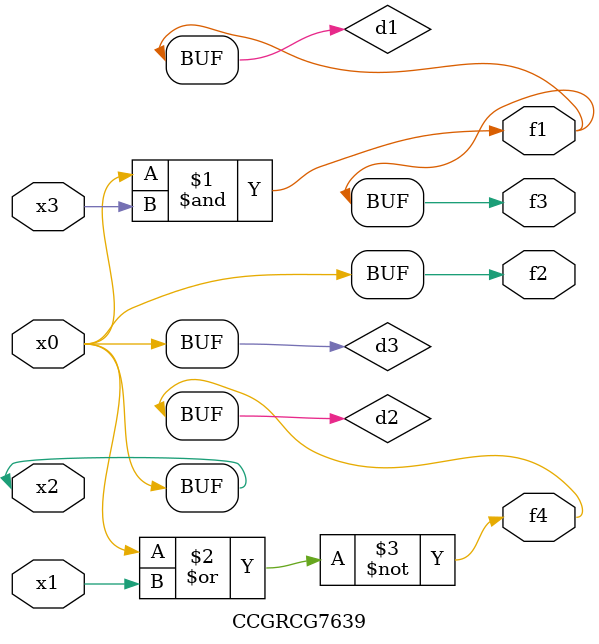
<source format=v>
module CCGRCG7639(
	input x0, x1, x2, x3,
	output f1, f2, f3, f4
);

	wire d1, d2, d3;

	and (d1, x2, x3);
	nor (d2, x0, x1);
	buf (d3, x0, x2);
	assign f1 = d1;
	assign f2 = d3;
	assign f3 = d1;
	assign f4 = d2;
endmodule

</source>
